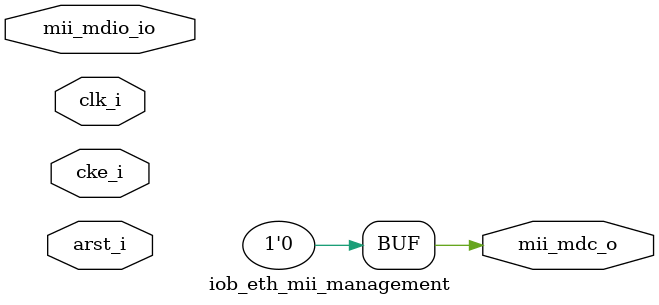
<source format=v>

`timescale 1ns / 1ps
`include "iob_eth_mii_management_conf.vh"

module iob_eth_mii_management (
   // clk_en_rst_s: Clock, clock enable and reset
   input  clk_i,
   input  cke_i,
   input  arst_i,
   // management_io: MII management interface
   output mii_mdc_o,
   inout  mii_mdio_io
);


   assign mii_mdc_o = 1'b0;  //TODO
   //assign mii_mdio_io   = 1'b0;  //TODO




endmodule

</source>
